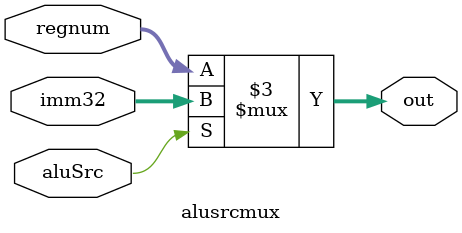
<source format=v>
module alusrcmux(
    input [31:0] regnum,
    input [31:0] imm32,
    input aluSrc,
    output reg [31:0] out
);

always @(*) begin
    if(aluSrc) begin
        out = imm32;
    end
    else begin
        out = regnum;
    end
end
endmodule
</source>
